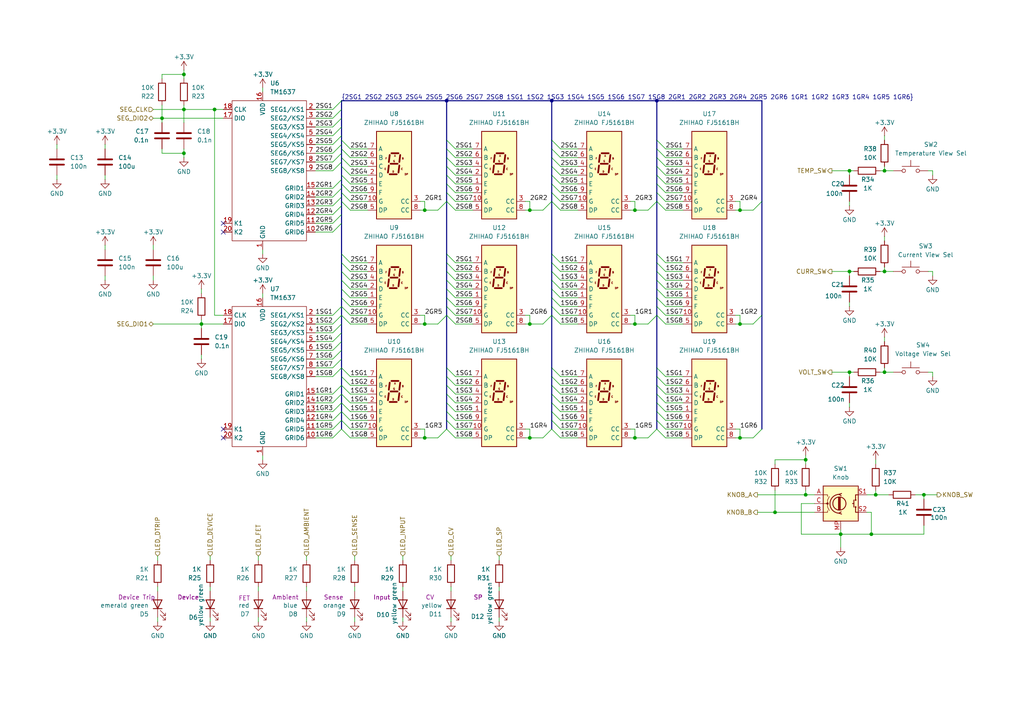
<source format=kicad_sch>
(kicad_sch (version 20250114) (generator "eeschema") (generator_version "9.0")
  (paper "A4")
  (junction (at 233.68 143.51))
  (junction (at 153.67 93.98))
  (junction (at 246.38 78.74))
  (junction (at 62.23 31.75))
  (junction (at 214.63 93.98))
  (junction (at 256.54 107.95))
  (junction (at 58.42 93.98))
  (junction (at 246.38 49.53))
  (junction (at 53.34 31.75))
  (junction (at 184.15 60.96))
  (junction (at 53.34 21.59))
  (junction (at 252.73 154.94))
  (junction (at 256.54 78.74))
  (junction (at 214.63 127))
  (junction (at 123.19 60.96))
  (junction (at 123.19 127))
  (junction (at 246.38 107.95))
  (junction (at 256.54 49.53))
  (junction (at 214.63 60.96))
  (junction (at 160.02 29.21))
  (junction (at 153.67 127))
  (junction (at 129.54 29.21))
  (junction (at 184.15 127))
  (junction (at 53.34 44.45))
  (junction (at 243.84 154.94))
  (junction (at 123.19 93.98))
  (junction (at 267.97 143.51))
  (junction (at 46.99 34.29))
  (junction (at 190.5 29.21))
  (junction (at 254 143.51))
  (junction (at 233.68 133.35))
  (junction (at 153.67 60.96))
  (junction (at 184.15 93.98))
  (junction (at 224.79 148.59))
  (no_connect (at 64.77 64.77))
  (no_connect (at 64.77 124.46))
  (no_connect (at 64.77 67.31))
  (no_connect (at 64.77 127))
  (bus_entry (at 96.52 59.69) (size 2.54 -2.54))
  (bus_entry (at 99.06 45.72) (size 2.54 2.54))
  (bus_entry (at 132.08 86.36) (size -2.54 -2.54))
  (bus_entry (at 96.52 62.23) (size 2.54 -2.54))
  (bus_entry (at 99.06 78.74) (size 2.54 2.54))
  (bus_entry (at 132.08 81.28) (size -2.54 -2.54))
  (bus_entry (at 162.56 88.9) (size -2.54 -2.54))
  (bus_entry (at 162.56 53.34) (size -2.54 -2.54))
  (bus_entry (at 99.06 111.76) (size 2.54 2.54))
  (bus_entry (at 96.52 41.91) (size 2.54 -2.54))
  (bus_entry (at 99.06 86.36) (size 2.54 2.54))
  (bus_entry (at 162.56 114.3) (size -2.54 -2.54))
  (bus_entry (at 99.06 81.28) (size 2.54 2.54))
  (bus_entry (at 162.56 109.22) (size -2.54 -2.54))
  (bus_entry (at 162.56 76.2) (size -2.54 -2.54))
  (bus_entry (at 157.48 93.98) (size 2.54 -2.54))
  (bus_entry (at 162.56 81.28) (size -2.54 -2.54))
  (bus_entry (at 132.08 124.46) (size -2.54 -2.54))
  (bus_entry (at 127 60.96) (size 2.54 -2.54))
  (bus_entry (at 129.54 53.34) (size 2.54 2.54))
  (bus_entry (at 190.5 119.38) (size 2.54 2.54))
  (bus_entry (at 157.48 60.96) (size 2.54 -2.54))
  (bus_entry (at 99.06 58.42) (size 2.54 2.54))
  (bus_entry (at 96.52 31.75) (size 2.54 -2.54))
  (bus_entry (at 96.52 46.99) (size 2.54 -2.54))
  (bus_entry (at 132.08 78.74) (size -2.54 -2.54))
  (bus_entry (at 132.08 91.44) (size -2.54 -2.54))
  (bus_entry (at 127 127) (size 2.54 -2.54))
  (bus_entry (at 96.52 54.61) (size 2.54 -2.54))
  (bus_entry (at 190.5 109.22) (size 2.54 2.54))
  (bus_entry (at 190.5 88.9) (size 2.54 2.54))
  (bus_entry (at 218.44 93.98) (size 2.54 -2.54))
  (bus_entry (at 162.56 124.46) (size -2.54 -2.54))
  (bus_entry (at 96.52 96.52) (size 2.54 -2.54))
  (bus_entry (at 132.08 76.2) (size -2.54 -2.54))
  (bus_entry (at 96.52 67.31) (size 2.54 -2.54))
  (bus_entry (at 132.08 53.34) (size -2.54 -2.54))
  (bus_entry (at 190.5 40.64) (size 2.54 2.54))
  (bus_entry (at 190.5 50.8) (size 2.54 2.54))
  (bus_entry (at 162.56 116.84) (size -2.54 -2.54))
  (bus_entry (at 99.06 109.22) (size 2.54 2.54))
  (bus_entry (at 162.56 91.44) (size -2.54 -2.54))
  (bus_entry (at 132.08 45.72) (size -2.54 -2.54))
  (bus_entry (at 190.5 43.18) (size 2.54 2.54))
  (bus_entry (at 99.06 91.44) (size 2.54 2.54))
  (bus_entry (at 132.08 50.8) (size -2.54 -2.54))
  (bus_entry (at 99.06 83.82) (size 2.54 2.54))
  (bus_entry (at 99.06 40.64) (size 2.54 2.54))
  (bus_entry (at 190.5 91.44) (size 2.54 2.54))
  (bus_entry (at 162.56 45.72) (size -2.54 -2.54))
  (bus_entry (at 218.44 60.96) (size 2.54 -2.54))
  (bus_entry (at 132.08 88.9) (size -2.54 -2.54))
  (bus_entry (at 99.06 111.76) (size -2.54 2.54))
  (bus_entry (at 96.52 57.15) (size 2.54 -2.54))
  (bus_entry (at 190.5 48.26) (size 2.54 2.54))
  (bus_entry (at 96.52 39.37) (size 2.54 -2.54))
  (bus_entry (at 96.52 34.29) (size 2.54 -2.54))
  (bus_entry (at 187.96 93.98) (size 2.54 -2.54))
  (bus_entry (at 127 93.98) (size 2.54 -2.54))
  (bus_entry (at 96.52 101.6) (size 2.54 -2.54))
  (bus_entry (at 129.54 55.88) (size 2.54 2.54))
  (bus_entry (at 162.56 83.82) (size -2.54 -2.54))
  (bus_entry (at 190.5 83.82) (size 2.54 2.54))
  (bus_entry (at 190.5 116.84) (size 2.54 2.54))
  (bus_entry (at 190.5 124.46) (size 2.54 2.54))
  (bus_entry (at 129.54 58.42) (size 2.54 2.54))
  (bus_entry (at 190.5 114.3) (size 2.54 2.54))
  (bus_entry (at 162.56 93.98) (size -2.54 -2.54))
  (bus_entry (at 190.5 81.28) (size 2.54 2.54))
  (bus_entry (at 99.06 50.8) (size 2.54 2.54))
  (bus_entry (at 162.56 43.18) (size -2.54 -2.54))
  (bus_entry (at 96.52 36.83) (size 2.54 -2.54))
  (bus_entry (at 132.08 116.84) (size -2.54 -2.54))
  (bus_entry (at 96.52 64.77) (size 2.54 -2.54))
  (bus_entry (at 162.56 55.88) (size -2.54 -2.54))
  (bus_entry (at 99.06 119.38) (size 2.54 2.54))
  (bus_entry (at 162.56 60.96) (size -2.54 -2.54))
  (bus_entry (at 96.52 124.46) (size 2.54 -2.54))
  (bus_entry (at 96.52 91.44) (size 2.54 -2.54))
  (bus_entry (at 96.52 93.98) (size 2.54 -2.54))
  (bus_entry (at 132.08 119.38) (size -2.54 -2.54))
  (bus_entry (at 96.52 104.14) (size 2.54 -2.54))
  (bus_entry (at 99.06 43.18) (size 2.54 2.54))
  (bus_entry (at 190.5 55.88) (size 2.54 2.54))
  (bus_entry (at 190.5 76.2) (size 2.54 2.54))
  (bus_entry (at 96.52 109.22) (size 2.54 -2.54))
  (bus_entry (at 162.56 119.38) (size -2.54 -2.54))
  (bus_entry (at 190.5 86.36) (size 2.54 2.54))
  (bus_entry (at 162.56 111.76) (size -2.54 -2.54))
  (bus_entry (at 218.44 127) (size 2.54 -2.54))
  (bus_entry (at 99.06 53.34) (size 2.54 2.54))
  (bus_entry (at 132.08 114.3) (size -2.54 -2.54))
  (bus_entry (at 96.52 49.53) (size 2.54 -2.54))
  (bus_entry (at 132.08 93.98) (size -2.54 -2.54))
  (bus_entry (at 162.56 58.42) (size -2.54 -2.54))
  (bus_entry (at 190.5 58.42) (size 2.54 2.54))
  (bus_entry (at 190.5 53.34) (size 2.54 2.54))
  (bus_entry (at 99.06 124.46) (size 2.54 2.54))
  (bus_entry (at 96.52 106.68) (size 2.54 -2.54))
  (bus_entry (at 132.08 83.82) (size -2.54 -2.54))
  (bus_entry (at 96.52 127) (size 2.54 -2.54))
  (bus_entry (at 162.56 78.74) (size -2.54 -2.54))
  (bus_entry (at 96.52 116.84) (size 2.54 -2.54))
  (bus_entry (at 190.5 78.74) (size 2.54 2.54))
  (bus_entry (at 187.96 127) (size 2.54 -2.54))
  (bus_entry (at 190.5 106.68) (size 2.54 2.54))
  (bus_entry (at 132.08 109.22) (size -2.54 -2.54))
  (bus_entry (at 96.52 99.06) (size 2.54 -2.54))
  (bus_entry (at 157.48 127) (size 2.54 -2.54))
  (bus_entry (at 99.06 55.88) (size 2.54 2.54))
  (bus_entry (at 99.06 106.68) (size 2.54 2.54))
  (bus_entry (at 190.5 45.72) (size 2.54 2.54))
  (bus_entry (at 132.08 121.92) (size -2.54 -2.54))
  (bus_entry (at 99.06 114.3) (size 2.54 2.54))
  (bus_entry (at 99.06 116.84) (size 2.54 2.54))
  (bus_entry (at 162.56 86.36) (size -2.54 -2.54))
  (bus_entry (at 162.56 48.26) (size -2.54 -2.54))
  (bus_entry (at 96.52 121.92) (size 2.54 -2.54))
  (bus_entry (at 99.06 88.9) (size 2.54 2.54))
  (bus_entry (at 129.54 124.46) (size 2.54 2.54))
  (bus_entry (at 160.02 124.46) (size 2.54 2.54))
  (bus_entry (at 99.06 76.2) (size 2.54 2.54))
  (bus_entry (at 132.08 48.26) (size -2.54 -2.54))
  (bus_entry (at 99.06 121.92) (size 2.54 2.54))
  (bus_entry (at 99.06 73.66) (size 2.54 2.54))
  (bus_entry (at 190.5 111.76) (size 2.54 2.54))
  (bus_entry (at 162.56 50.8) (size -2.54 -2.54))
  (bus_entry (at 187.96 60.96) (size 2.54 -2.54))
  (bus_entry (at 190.5 73.66) (size 2.54 2.54))
  (bus_entry (at 99.06 48.26) (size 2.54 2.54))
  (bus_entry (at 162.56 121.92) (size -2.54 -2.54))
  (bus_entry (at 132.08 43.18) (size -2.54 -2.54))
  (bus_entry (at 96.52 119.38) (size 2.54 -2.54))
  (bus_entry (at 96.52 44.45) (size 2.54 -2.54))
  (bus_entry (at 190.5 121.92) (size 2.54 2.54))
  (bus_entry (at 132.08 111.76) (size -2.54 -2.54))
  (wire (pts (xy 162.56 53.34) (xy 167.64 53.34)))
  (bus (pts (xy 99.06 53.34) (xy 99.06 54.61)))
  (bus (pts (xy 160.02 88.9) (xy 160.02 91.44)))
  (wire (pts (xy 193.04 53.34) (xy 198.12 53.34)))
  (wire (pts (xy 267.97 152.4) (xy 267.97 154.94)))
  (wire (pts (xy 91.44 57.15) (xy 96.52 57.15)))
  (wire (pts (xy 132.08 111.76) (xy 137.16 111.76)))
  (wire (pts (xy 58.42 102.87) (xy 58.42 104.14)))
  (wire (pts (xy 91.44 31.75) (xy 96.52 31.75)))
  (bus (pts (xy 190.5 88.9) (xy 190.5 86.36)))
  (wire (pts (xy 214.63 91.44) (xy 214.63 93.98)))
  (wire (pts (xy 247.65 107.95) (xy 246.38 107.95)))
  (bus (pts (xy 160.02 78.74) (xy 160.02 81.28)))
  (wire (pts (xy 162.56 55.88) (xy 167.64 55.88)))
  (wire (pts (xy 121.92 91.44) (xy 123.19 91.44)))
  (bus (pts (xy 99.06 109.22) (xy 99.06 111.76)))
  (wire (pts (xy 162.56 83.82) (xy 167.64 83.82)))
  (wire (pts (xy 44.45 80.01) (xy 44.45 81.28)))
  (wire (pts (xy 182.88 58.42) (xy 184.15 58.42)))
  (bus (pts (xy 190.5 73.66) (xy 190.5 58.42)))
  (wire (pts (xy 193.04 124.46) (xy 198.12 124.46)))
  (wire (pts (xy 256.54 106.68) (xy 256.54 107.95)))
  (bus (pts (xy 99.06 48.26) (xy 99.06 50.8)))
  (bus (pts (xy 220.98 58.42) (xy 220.98 91.44)))
  (bus (pts (xy 99.06 41.91) (xy 99.06 43.18)))
  (wire (pts (xy 256.54 39.37) (xy 256.54 40.64)))
  (wire (pts (xy 91.44 49.53) (xy 96.52 49.53)))
  (wire (pts (xy 193.04 86.36) (xy 198.12 86.36)))
  (wire (pts (xy 91.44 104.14) (xy 96.52 104.14)))
  (wire (pts (xy 256.54 68.58) (xy 256.54 69.85)))
  (wire (pts (xy 132.08 91.44) (xy 137.16 91.44)))
  (bus (pts (xy 99.06 29.21) (xy 129.54 29.21)))
  (wire (pts (xy 182.88 93.98) (xy 184.15 93.98)))
  (wire (pts (xy 162.56 111.76) (xy 167.64 111.76)))
  (wire (pts (xy 255.27 78.74) (xy 256.54 78.74)))
  (bus (pts (xy 99.06 36.83) (xy 99.06 39.37)))
  (wire (pts (xy 162.56 116.84) (xy 167.64 116.84)))
  (wire (pts (xy 91.44 64.77) (xy 96.52 64.77)))
  (bus (pts (xy 129.54 55.88) (xy 129.54 58.42)))
  (wire (pts (xy 153.67 124.46) (xy 153.67 127)))
  (wire (pts (xy 182.88 124.46) (xy 184.15 124.46)))
  (bus (pts (xy 129.54 114.3) (xy 129.54 116.84)))
  (wire (pts (xy 153.67 91.44) (xy 153.67 93.98)))
  (wire (pts (xy 101.6 83.82) (xy 106.68 83.82)))
  (wire (pts (xy 219.71 148.59) (xy 224.79 148.59)))
  (wire (pts (xy 53.34 44.45) (xy 53.34 45.72)))
  (wire (pts (xy 224.79 134.62) (xy 224.79 133.35)))
  (bus (pts (xy 160.02 53.34) (xy 160.02 55.88)))
  (wire (pts (xy 30.48 41.91) (xy 30.48 43.18)))
  (bus (pts (xy 190.5 43.18) (xy 190.5 40.64)))
  (bus (pts (xy 99.06 88.9) (xy 99.06 91.44)))
  (wire (pts (xy 91.44 124.46) (xy 96.52 124.46)))
  (wire (pts (xy 45.72 171.45) (xy 45.72 170.18)))
  (bus (pts (xy 160.02 119.38) (xy 160.02 121.92)))
  (wire (pts (xy 91.44 34.29) (xy 96.52 34.29)))
  (wire (pts (xy 60.96 161.29) (xy 60.96 162.56)))
  (wire (pts (xy 162.56 114.3) (xy 167.64 114.3)))
  (bus (pts (xy 99.06 96.52) (xy 99.06 99.06)))
  (wire (pts (xy 255.27 49.53) (xy 256.54 49.53)))
  (bus (pts (xy 129.54 73.66) (xy 129.54 76.2)))
  (wire (pts (xy 162.56 93.98) (xy 167.64 93.98)))
  (bus (pts (xy 129.54 78.74) (xy 129.54 81.28)))
  (wire (pts (xy 101.6 119.38) (xy 106.68 119.38)))
  (wire (pts (xy 91.44 62.23) (xy 96.52 62.23)))
  (bus (pts (xy 129.54 91.44) (xy 129.54 106.68)))
  (bus (pts (xy 99.06 86.36) (xy 99.06 88.9)))
  (wire (pts (xy 184.15 93.98) (xy 187.96 93.98)))
  (wire (pts (xy 236.22 148.59) (xy 224.79 148.59)))
  (wire (pts (xy 101.6 124.46) (xy 106.68 124.46)))
  (wire (pts (xy 224.79 148.59) (xy 224.79 142.24)))
  (wire (pts (xy 267.97 143.51) (xy 271.78 143.51)))
  (wire (pts (xy 132.08 88.9) (xy 137.16 88.9)))
  (wire (pts (xy 58.42 92.71) (xy 58.42 93.98)))
  (bus (pts (xy 99.06 58.42) (xy 99.06 59.69)))
  (wire (pts (xy 256.54 48.26) (xy 256.54 49.53)))
  (wire (pts (xy 53.34 31.75) (xy 62.23 31.75)))
  (wire (pts (xy 214.63 124.46) (xy 214.63 127)))
  (wire (pts (xy 91.44 119.38) (xy 96.52 119.38)))
  (wire (pts (xy 193.04 88.9) (xy 198.12 88.9)))
  (wire (pts (xy 213.36 58.42) (xy 214.63 58.42)))
  (wire (pts (xy 58.42 93.98) (xy 64.77 93.98)))
  (wire (pts (xy 256.54 107.95) (xy 259.08 107.95)))
  (wire (pts (xy 91.44 39.37) (xy 96.52 39.37)))
  (bus (pts (xy 129.54 53.34) (xy 129.54 55.88)))
  (bus (pts (xy 190.5 88.9) (xy 190.5 91.44)))
  (wire (pts (xy 193.04 116.84) (xy 198.12 116.84)))
  (bus (pts (xy 160.02 116.84) (xy 160.02 119.38)))
  (wire (pts (xy 254 143.51) (xy 254 142.24)))
  (wire (pts (xy 162.56 76.2) (xy 167.64 76.2)))
  (wire (pts (xy 101.6 58.42) (xy 106.68 58.42)))
  (bus (pts (xy 99.06 76.2) (xy 99.06 78.74)))
  (bus (pts (xy 99.06 54.61) (xy 99.06 55.88)))
  (wire (pts (xy 162.56 121.92) (xy 167.64 121.92)))
  (wire (pts (xy 53.34 31.75) (xy 53.34 35.56)))
  (bus (pts (xy 129.54 116.84) (xy 129.54 119.38)))
  (bus (pts (xy 190.5 124.46) (xy 190.5 121.92)))
  (wire (pts (xy 62.23 31.75) (xy 62.23 91.44)))
  (wire (pts (xy 193.04 109.22) (xy 198.12 109.22)))
  (wire (pts (xy 182.88 60.96) (xy 184.15 60.96)))
  (bus (pts (xy 160.02 91.44) (xy 160.02 106.68)))
  (wire (pts (xy 243.84 153.67) (xy 243.84 154.94)))
  (wire (pts (xy 193.04 119.38) (xy 198.12 119.38)))
  (bus (pts (xy 99.06 81.28) (xy 99.06 83.82)))
  (bus (pts (xy 99.06 45.72) (xy 99.06 46.99)))
  (wire (pts (xy 45.72 161.29) (xy 45.72 162.56)))
  (bus (pts (xy 190.5 45.72) (xy 190.5 43.18)))
  (wire (pts (xy 256.54 97.79) (xy 256.54 99.06)))
  (wire (pts (xy 101.6 116.84) (xy 106.68 116.84)))
  (wire (pts (xy 162.56 58.42) (xy 167.64 58.42)))
  (bus (pts (xy 129.54 45.72) (xy 129.54 48.26)))
  (wire (pts (xy 58.42 93.98) (xy 58.42 95.25)))
  (wire (pts (xy 153.67 127) (xy 157.48 127)))
  (bus (pts (xy 99.06 55.88) (xy 99.06 57.15)))
  (wire (pts (xy 193.04 48.26) (xy 198.12 48.26)))
  (wire (pts (xy 44.45 34.29) (xy 46.99 34.29)))
  (wire (pts (xy 224.79 133.35) (xy 233.68 133.35)))
  (bus (pts (xy 129.54 109.22) (xy 129.54 111.76)))
  (bus (pts (xy 99.06 101.6) (xy 99.06 104.14)))
  (wire (pts (xy 241.3 49.53) (xy 246.38 49.53)))
  (bus (pts (xy 160.02 114.3) (xy 160.02 116.84)))
  (wire (pts (xy 101.6 81.28) (xy 106.68 81.28)))
  (wire (pts (xy 132.08 86.36) (xy 137.16 86.36)))
  (wire (pts (xy 132.08 116.84) (xy 137.16 116.84)))
  (wire (pts (xy 193.04 93.98) (xy 198.12 93.98)))
  (wire (pts (xy 193.04 111.76) (xy 198.12 111.76)))
  (wire (pts (xy 88.9 179.07) (xy 88.9 180.34)))
  (bus (pts (xy 99.06 121.92) (xy 99.06 124.46)))
  (wire (pts (xy 193.04 121.92) (xy 198.12 121.92)))
  (wire (pts (xy 162.56 50.8) (xy 167.64 50.8)))
  (wire (pts (xy 132.08 124.46) (xy 137.16 124.46)))
  (wire (pts (xy 62.23 91.44) (xy 64.77 91.44)))
  (wire (pts (xy 152.4 124.46) (xy 153.67 124.46)))
  (bus (pts (xy 129.54 119.38) (xy 129.54 121.92)))
  (wire (pts (xy 44.45 31.75) (xy 53.34 31.75)))
  (bus (pts (xy 129.54 50.8) (xy 129.54 53.34)))
  (bus (pts (xy 129.54 76.2) (xy 129.54 78.74)))
  (wire (pts (xy 74.93 171.45) (xy 74.93 170.18)))
  (wire (pts (xy 121.92 93.98) (xy 123.19 93.98)))
  (bus (pts (xy 99.06 106.68) (xy 99.06 109.22)))
  (wire (pts (xy 162.56 124.46) (xy 167.64 124.46)))
  (wire (pts (xy 152.4 58.42) (xy 153.67 58.42)))
  (bus (pts (xy 99.06 34.29) (xy 99.06 36.83)))
  (wire (pts (xy 246.38 107.95) (xy 246.38 109.22)))
  (wire (pts (xy 121.92 58.42) (xy 123.19 58.42)))
  (wire (pts (xy 102.87 161.29) (xy 102.87 162.56)))
  (bus (pts (xy 129.54 43.18) (xy 129.54 45.72)))
  (wire (pts (xy 101.6 55.88) (xy 106.68 55.88)))
  (wire (pts (xy 123.19 58.42) (xy 123.19 60.96)))
  (wire (pts (xy 162.56 81.28) (xy 167.64 81.28)))
  (wire (pts (xy 91.44 41.91) (xy 96.52 41.91)))
  (wire (pts (xy 246.38 116.84) (xy 246.38 118.11)))
  (bus (pts (xy 160.02 121.92) (xy 160.02 124.46)))
  (wire (pts (xy 116.84 179.07) (xy 116.84 180.34)))
  (wire (pts (xy 76.2 72.39) (xy 76.2 73.66)))
  (bus (pts (xy 190.5 53.34) (xy 190.5 50.8)))
  (wire (pts (xy 265.43 143.51) (xy 267.97 143.51)))
  (wire (pts (xy 132.08 93.98) (xy 137.16 93.98)))
  (bus (pts (xy 99.06 50.8) (xy 99.06 52.07)))
  (bus (pts (xy 129.54 88.9) (xy 129.54 91.44)))
  (bus (pts (xy 190.5 114.3) (xy 190.5 111.76)))
  (bus (pts (xy 99.06 111.76) (xy 99.06 114.3)))
  (wire (pts (xy 91.44 101.6) (xy 96.52 101.6)))
  (wire (pts (xy 162.56 109.22) (xy 167.64 109.22)))
  (wire (pts (xy 246.38 80.01) (xy 246.38 78.74)))
  (wire (pts (xy 16.51 41.91) (xy 16.51 43.18)))
  (wire (pts (xy 182.88 91.44) (xy 184.15 91.44)))
  (bus (pts (xy 99.06 64.77) (xy 99.06 73.66)))
  (wire (pts (xy 246.38 78.74) (xy 247.65 78.74)))
  (wire (pts (xy 193.04 55.88) (xy 198.12 55.88)))
  (bus (pts (xy 220.98 29.21) (xy 220.98 58.42)))
  (wire (pts (xy 101.6 127) (xy 106.68 127)))
  (wire (pts (xy 101.6 109.22) (xy 106.68 109.22)))
  (wire (pts (xy 256.54 78.74) (xy 259.08 78.74)))
  (wire (pts (xy 153.67 60.96) (xy 157.48 60.96)))
  (wire (pts (xy 101.6 60.96) (xy 106.68 60.96)))
  (wire (pts (xy 88.9 171.45) (xy 88.9 170.18)))
  (bus (pts (xy 220.98 91.44) (xy 220.98 124.46)))
  (wire (pts (xy 102.87 171.45) (xy 102.87 170.18)))
  (wire (pts (xy 88.9 161.29) (xy 88.9 162.56)))
  (wire (pts (xy 101.6 45.72) (xy 106.68 45.72)))
  (wire (pts (xy 91.44 96.52) (xy 96.52 96.52)))
  (wire (pts (xy 193.04 76.2) (xy 198.12 76.2)))
  (wire (pts (xy 58.42 83.82) (xy 58.42 85.09)))
  (wire (pts (xy 74.93 161.29) (xy 74.93 162.56)))
  (wire (pts (xy 30.48 80.01) (xy 30.48 81.28)))
  (wire (pts (xy 193.04 83.82) (xy 198.12 83.82)))
  (wire (pts (xy 214.63 93.98) (xy 218.44 93.98)))
  (bus (pts (xy 160.02 76.2) (xy 160.02 78.74)))
  (bus (pts (xy 160.02 43.18) (xy 160.02 45.72)))
  (wire (pts (xy 162.56 127) (xy 167.64 127)))
  (bus (pts (xy 99.06 116.84) (xy 99.06 119.38)))
  (wire (pts (xy 74.93 179.07) (xy 74.93 180.34)))
  (wire (pts (xy 123.19 91.44) (xy 123.19 93.98)))
  (bus (pts (xy 160.02 45.72) (xy 160.02 48.26)))
  (wire (pts (xy 193.04 50.8) (xy 198.12 50.8)))
  (wire (pts (xy 162.56 60.96) (xy 167.64 60.96)))
  (wire (pts (xy 152.4 127) (xy 153.67 127)))
  (wire (pts (xy 91.44 106.68) (xy 96.52 106.68)))
  (wire (pts (xy 101.6 53.34) (xy 106.68 53.34)))
  (wire (pts (xy 193.04 58.42) (xy 198.12 58.42)))
  (wire (pts (xy 132.08 58.42) (xy 137.16 58.42)))
  (wire (pts (xy 91.44 44.45) (xy 96.52 44.45)))
  (wire (pts (xy 243.84 154.94) (xy 252.73 154.94)))
  (wire (pts (xy 153.67 93.98) (xy 157.48 93.98)))
  (wire (pts (xy 46.99 34.29) (xy 64.77 34.29)))
  (bus (pts (xy 190.5 119.38) (xy 190.5 116.84)))
  (bus (pts (xy 129.54 58.42) (xy 129.54 73.66)))
  (wire (pts (xy 193.04 127) (xy 198.12 127)))
  (wire (pts (xy 123.19 60.96) (xy 127 60.96)))
  (wire (pts (xy 60.96 179.07) (xy 60.96 180.34)))
  (wire (pts (xy 76.2 132.08) (xy 76.2 133.35)))
  (wire (pts (xy 184.15 91.44) (xy 184.15 93.98)))
  (bus (pts (xy 160.02 48.26) (xy 160.02 50.8)))
  (bus (pts (xy 99.06 62.23) (xy 99.06 64.77)))
  (wire (pts (xy 132.08 60.96) (xy 137.16 60.96)))
  (wire (pts (xy 214.63 60.96) (xy 218.44 60.96)))
  (wire (pts (xy 184.15 60.96) (xy 187.96 60.96)))
  (wire (pts (xy 101.6 91.44) (xy 106.68 91.44)))
  (wire (pts (xy 91.44 54.61) (xy 96.52 54.61)))
  (wire (pts (xy 121.92 60.96) (xy 123.19 60.96)))
  (bus (pts (xy 99.06 114.3) (xy 99.06 116.84)))
  (wire (pts (xy 269.24 78.74) (xy 270.51 78.74)))
  (wire (pts (xy 132.08 48.26) (xy 137.16 48.26)))
  (wire (pts (xy 213.36 127) (xy 214.63 127)))
  (wire (pts (xy 153.67 58.42) (xy 153.67 60.96)))
  (bus (pts (xy 190.5 83.82) (xy 190.5 81.28)))
  (wire (pts (xy 130.81 179.07) (xy 130.81 180.34)))
  (wire (pts (xy 213.36 91.44) (xy 214.63 91.44)))
  (wire (pts (xy 44.45 93.98) (xy 58.42 93.98)))
  (wire (pts (xy 213.36 124.46) (xy 214.63 124.46)))
  (bus (pts (xy 129.54 81.28) (xy 129.54 83.82)))
  (wire (pts (xy 252.73 154.94) (xy 267.97 154.94)))
  (wire (pts (xy 130.81 171.45) (xy 130.81 170.18)))
  (wire (pts (xy 101.6 76.2) (xy 106.68 76.2)))
  (wire (pts (xy 101.6 88.9) (xy 106.68 88.9)))
  (wire (pts (xy 30.48 50.8) (xy 30.48 52.07)))
  (wire (pts (xy 101.6 50.8) (xy 106.68 50.8)))
  (bus (pts (xy 99.06 91.44) (xy 99.06 93.98)))
  (wire (pts (xy 101.6 114.3) (xy 106.68 114.3)))
  (wire (pts (xy 193.04 45.72) (xy 198.12 45.72)))
  (bus (pts (xy 160.02 55.88) (xy 160.02 58.42)))
  (bus (pts (xy 99.06 59.69) (xy 99.06 62.23)))
  (bus (pts (xy 160.02 83.82) (xy 160.02 86.36)))
  (bus (pts (xy 99.06 119.38) (xy 99.06 121.92)))
  (wire (pts (xy 152.4 60.96) (xy 153.67 60.96)))
  (wire (pts (xy 144.78 171.45) (xy 144.78 170.18)))
  (wire (pts (xy 269.24 49.53) (xy 270.51 49.53)))
  (bus (pts (xy 99.06 52.07) (xy 99.06 53.34)))
  (wire (pts (xy 130.81 161.29) (xy 130.81 162.56)))
  (wire (pts (xy 132.08 43.18) (xy 137.16 43.18)))
  (wire (pts (xy 213.36 93.98) (xy 214.63 93.98)))
  (wire (pts (xy 46.99 21.59) (xy 53.34 21.59)))
  (bus (pts (xy 99.06 104.14) (xy 99.06 106.68)))
  (wire (pts (xy 132.08 81.28) (xy 137.16 81.28)))
  (wire (pts (xy 193.04 81.28) (xy 198.12 81.28)))
  (wire (pts (xy 60.96 171.45) (xy 60.96 170.18)))
  (bus (pts (xy 190.5 81.28) (xy 190.5 78.74)))
  (wire (pts (xy 132.08 83.82) (xy 137.16 83.82)))
  (bus (pts (xy 129.54 121.92) (xy 129.54 124.46)))
  (wire (pts (xy 132.08 127) (xy 137.16 127)))
  (wire (pts (xy 233.68 143.51) (xy 233.68 142.24)))
  (wire (pts (xy 267.97 143.51) (xy 267.97 144.78)))
  (bus (pts (xy 190.5 116.84) (xy 190.5 114.3)))
  (wire (pts (xy 123.19 127) (xy 127 127)))
  (bus (pts (xy 129.54 86.36) (xy 129.54 88.9)))
  (wire (pts (xy 132.08 119.38) (xy 137.16 119.38)))
  (bus (pts (xy 99.06 44.45) (xy 99.06 45.72)))
  (wire (pts (xy 219.71 143.51) (xy 233.68 143.51)))
  (wire (pts (xy 132.08 53.34) (xy 137.16 53.34)))
  (wire (pts (xy 132.08 76.2) (xy 137.16 76.2)))
  (wire (pts (xy 91.44 99.06) (xy 96.52 99.06)))
  (bus (pts (xy 160.02 29.21) (xy 190.5 29.21)))
  (bus (pts (xy 160.02 81.28) (xy 160.02 83.82)))
  (wire (pts (xy 162.56 45.72) (xy 167.64 45.72)))
  (wire (pts (xy 132.08 109.22) (xy 137.16 109.22)))
  (wire (pts (xy 246.38 49.53) (xy 247.65 49.53)))
  (wire (pts (xy 132.08 78.74) (xy 137.16 78.74)))
  (wire (pts (xy 251.46 148.59) (xy 252.73 148.59)))
  (wire (pts (xy 132.08 45.72) (xy 137.16 45.72)))
  (wire (pts (xy 182.88 127) (xy 184.15 127)))
  (wire (pts (xy 101.6 78.74) (xy 106.68 78.74)))
  (wire (pts (xy 270.51 78.74) (xy 270.51 80.01)))
  (bus (pts (xy 99.06 57.15) (xy 99.06 58.42)))
  (bus (pts (xy 99.06 99.06) (xy 99.06 101.6)))
  (bus (pts (xy 99.06 73.66) (xy 99.06 76.2)))
  (wire (pts (xy 162.56 119.38) (xy 167.64 119.38)))
  (bus (pts (xy 129.54 106.68) (xy 129.54 109.22)))
  (bus (pts (xy 160.02 109.22) (xy 160.02 111.76)))
  (wire (pts (xy 101.6 93.98) (xy 106.68 93.98)))
  (wire (pts (xy 101.6 121.92) (xy 106.68 121.92)))
  (wire (pts (xy 270.51 107.95) (xy 270.51 109.22)))
  (wire (pts (xy 132.08 50.8) (xy 137.16 50.8)))
  (wire (pts (xy 116.84 171.45) (xy 116.84 170.18)))
  (bus (pts (xy 99.06 29.21) (xy 99.06 31.75)))
  (wire (pts (xy 184.15 124.46) (xy 184.15 127)))
  (bus (pts (xy 160.02 86.36) (xy 160.02 88.9)))
  (wire (pts (xy 232.41 146.05) (xy 232.41 154.94)))
  (wire (pts (xy 101.6 111.76) (xy 106.68 111.76)))
  (bus (pts (xy 99.06 40.64) (xy 99.06 41.91)))
  (wire (pts (xy 91.44 93.98) (xy 96.52 93.98)))
  (bus (pts (xy 190.5 55.88) (xy 190.5 58.42)))
  (wire (pts (xy 46.99 44.45) (xy 53.34 44.45)))
  (wire (pts (xy 76.2 85.09) (xy 76.2 86.36)))
  (wire (pts (xy 91.44 91.44) (xy 96.52 91.44)))
  (wire (pts (xy 30.48 71.12) (xy 30.48 72.39)))
  (wire (pts (xy 16.51 50.8) (xy 16.51 52.07)))
  (bus (pts (xy 160.02 106.68) (xy 160.02 109.22)))
  (wire (pts (xy 184.15 127) (xy 187.96 127)))
  (wire (pts (xy 91.44 46.99) (xy 96.52 46.99)))
  (wire (pts (xy 123.19 124.46) (xy 123.19 127)))
  (wire (pts (xy 213.36 60.96) (xy 214.63 60.96)))
  (wire (pts (xy 243.84 154.94) (xy 243.84 158.75)))
  (wire (pts (xy 236.22 143.51) (xy 233.68 143.51)))
  (bus (pts (xy 160.02 40.64) (xy 160.02 43.18)))
  (wire (pts (xy 121.92 127) (xy 123.19 127)))
  (wire (pts (xy 251.46 143.51) (xy 254 143.51)))
  (wire (pts (xy 162.56 88.9) (xy 167.64 88.9)))
  (bus (pts (xy 129.54 29.21) (xy 160.02 29.21)))
  (bus (pts (xy 190.5 109.22) (xy 190.5 106.68)))
  (wire (pts (xy 46.99 43.18) (xy 46.99 44.45)))
  (wire (pts (xy 64.77 31.75) (xy 62.23 31.75)))
  (wire (pts (xy 233.68 132.08) (xy 233.68 133.35)))
  (bus (pts (xy 129.54 40.64) (xy 129.54 43.18)))
  (bus (pts (xy 190.5 76.2) (xy 190.5 73.66)))
  (wire (pts (xy 214.63 127) (xy 218.44 127)))
  (wire (pts (xy 91.44 116.84) (xy 96.52 116.84)))
  (bus (pts (xy 190.5 121.92) (xy 190.5 119.38)))
  (wire (pts (xy 252.73 148.59) (xy 252.73 154.94)))
  (wire (pts (xy 102.87 179.07) (xy 102.87 180.34)))
  (wire (pts (xy 232.41 154.94) (xy 243.84 154.94)))
  (wire (pts (xy 152.4 93.98) (xy 153.67 93.98)))
  (wire (pts (xy 144.78 179.07) (xy 144.78 180.34)))
  (wire (pts (xy 121.92 124.46) (xy 123.19 124.46)))
  (bus (pts (xy 190.5 106.68) (xy 190.5 91.44)))
  (wire (pts (xy 254 143.51) (xy 257.81 143.51)))
  (wire (pts (xy 123.19 93.98) (xy 127 93.98)))
  (bus (pts (xy 99.06 43.18) (xy 99.06 44.45)))
  (bus (pts (xy 129.54 29.21) (xy 129.54 40.64)))
  (bus (pts (xy 99.06 78.74) (xy 99.06 81.28)))
  (wire (pts (xy 116.84 161.29) (xy 116.84 162.56)))
  (bus (pts (xy 190.5 55.88) (xy 190.5 53.34)))
  (wire (pts (xy 91.44 59.69) (xy 96.52 59.69)))
  (wire (pts (xy 53.34 20.32) (xy 53.34 21.59)))
  (wire (pts (xy 132.08 114.3) (xy 137.16 114.3)))
  (wire (pts (xy 46.99 22.86) (xy 46.99 21.59)))
  (wire (pts (xy 132.08 121.92) (xy 137.16 121.92)))
  (bus (pts (xy 129.54 83.82) (xy 129.54 86.36)))
  (wire (pts (xy 91.44 114.3) (xy 96.52 114.3)))
  (wire (pts (xy 246.38 58.42) (xy 246.38 59.69)))
  (wire (pts (xy 193.04 43.18) (xy 198.12 43.18)))
  (wire (pts (xy 76.2 25.4) (xy 76.2 26.67)))
  (wire (pts (xy 193.04 91.44) (xy 198.12 91.44)))
  (wire (pts (xy 246.38 87.63) (xy 246.38 88.9)))
  (bus (pts (xy 220.98 29.21) (xy 190.5 29.21)))
  (wire (pts (xy 101.6 86.36) (xy 106.68 86.36)))
  (wire (pts (xy 162.56 78.74) (xy 167.64 78.74)))
  (wire (pts (xy 46.99 30.48) (xy 46.99 34.29)))
  (bus (pts (xy 160.02 58.42) (xy 160.02 73.66)))
  (wire (pts (xy 254 133.35) (xy 254 134.62)))
  (wire (pts (xy 132.08 55.88) (xy 137.16 55.88)))
  (bus (pts (xy 190.5 48.26) (xy 190.5 45.72)))
  (wire (pts (xy 241.3 107.95) (xy 246.38 107.95)))
  (wire (pts (xy 44.45 71.12) (xy 44.45 72.39)))
  (bus (pts (xy 99.06 31.75) (xy 99.06 34.29)))
  (wire (pts (xy 236.22 146.05) (xy 232.41 146.05)))
  (wire (pts (xy 256.54 77.47) (xy 256.54 78.74)))
  (bus (pts (xy 99.06 83.82) (xy 99.06 86.36)))
  (bus (pts (xy 190.5 86.36) (xy 190.5 83.82)))
  (bus (pts (xy 99.06 39.37) (xy 99.06 40.64)))
  (bus (pts (xy 160.02 73.66) (xy 160.02 76.2)))
  (bus (pts (xy 160.02 111.76) (xy 160.02 114.3)))
  (wire (pts (xy 269.24 107.95) (xy 270.51 107.95)))
  (wire (pts (xy 162.56 86.36) (xy 167.64 86.36)))
  (wire (pts (xy 45.72 179.07) (xy 45.72 180.34)))
  (bus (pts (xy 190.5 111.76) (xy 190.5 109.22)))
  (wire (pts (xy 255.27 107.95) (xy 256.54 107.95)))
  (wire (pts (xy 184.15 58.42) (xy 184.15 60.96)))
  (wire (pts (xy 162.56 91.44) (xy 167.64 91.44)))
  (bus (pts (xy 99.06 93.98) (xy 99.06 96.52)))
  (wire (pts (xy 233.68 133.35) (xy 233.68 134.62)))
  (wire (pts (xy 152.4 91.44) (xy 153.67 91.44)))
  (wire (pts (xy 144.78 161.29) (xy 144.78 162.56)))
  (bus (pts (xy 129.54 111.76) (xy 129.54 114.3)))
  (wire (pts (xy 162.56 43.18) (xy 167.64 43.18)))
  (wire (pts (xy 193.04 78.74) (xy 198.12 78.74)))
  (wire (pts (xy 214.63 58.42) (xy 214.63 60.96)))
  (bus (pts (xy 160.02 29.21) (xy 160.02 40.64)))
  (bus (pts (xy 160.02 50.8) (xy 160.02 53.34)))
  (bus (pts (xy 190.5 78.74) (xy 190.5 76.2)))
  (wire (pts (xy 53.34 43.18) (xy 53.34 44.45)))
  (bus (pts (xy 129.54 48.26) (xy 129.54 50.8)))
  (wire (pts (xy 241.3 78.74) (xy 246.38 78.74)))
  (bus (pts (xy 190.5 40.64) (xy 190.5 29.21)))
  (wire (pts (xy 46.99 34.29) (xy 46.99 35.56)))
  (wire (pts (xy 101.6 43.18) (xy 106.68 43.18)))
  (wire (pts (xy 53.34 21.59) (xy 53.34 22.86)))
  (wire (pts (xy 91.44 121.92) (xy 96.52 121.92)))
  (wire (pts (xy 193.04 60.96) (xy 198.12 60.96)))
  (wire (pts (xy 246.38 50.8) (xy 246.38 49.53)))
  (wire (pts (xy 91.44 36.83) (xy 96.52 36.83)))
  (wire (pts (xy 91.44 127) (xy 96.52 127)))
  (bus (pts (xy 99.06 46.99) (xy 99.06 48.26)))
  (wire (pts (xy 193.04 114.3) (xy 198.12 114.3)))
  (wire (pts (xy 256.54 49.53) (xy 259.08 49.53)))
  (bus (pts (xy 190.5 50.8) (xy 190.5 48.26)))
  (wire (pts (xy 91.44 67.31) (xy 96.52 67.31)))
  (wire (pts (xy 162.56 48.26) (xy 167.64 48.26)))
  (wire (pts (xy 270.51 49.53) (xy 270.51 50.8)))
  (wire (pts (xy 53.34 30.48) (xy 53.34 31.75)))
  (wire (pts (xy 101.6 48.26) (xy 106.68 48.26)))
  (wire (pts (xy 91.44 109.22) (xy 96.52 109.22)))
  (label "2SG3" (at 137.16 81.28 180))
  (label "1SG1" (at 137.16 109.22 180))
  (label "2SG5" (at 167.64 53.34 180))
  (label "1SG4" (at 198.12 116.84 180))
  (label "2SG5" (at 198.12 53.34 180))
  (label "1SG5" (at 137.16 119.38 180))
  (label "1GR6" (at 214.63 124.46 0))
  (label "2SG8" (at 91.44 49.53 0))
  (label "2SG8" (at 167.64 60.96 180))
  (label "2SG5" (at 91.44 41.91 0))
  (label "1SG3" (at 106.68 114.3 180))
  (label "1SG8" (at 198.12 127 180))
  (label "2SG5" (at 106.68 53.34 180))
  (label "2SG3" (at 106.68 81.28 180))
  (label "2SG8" (at 106.68 93.98 180))
  (label "2GR5" (at 91.44 64.77 0))
  (label "1SG5" (at 91.44 101.6 0))
  (label "1SG3" (at 198.12 81.28 180))
  (label "1SG3" (at 198.12 114.3 180))
  (label "1SG3" (at 91.44 96.52 0))
  (label "1SG1" (at 167.64 76.2 180))
  (label "2SG4" (at 167.64 50.8 180))
  (label "2SG6" (at 106.68 88.9 180))
  (label "2SG2" (at 167.64 45.72 180))
  (label "2SG1" (at 106.68 43.18 180))
  (label "1SG1" (at 106.68 109.22 180))
  (label "2SG7" (at 137.16 58.42 180))
  (label "1SG6" (at 91.44 104.14 0))
  (label "1SG6" (at 198.12 121.92 180))
  (label "1SG7" (at 106.68 124.46 180))
  (label "2SG8" (at 106.68 60.96 180))
  (label "1GR6" (at 91.44 127 0))
  (label "1SG1" (at 198.12 76.2 180))
  (label "1SG5" (at 167.64 119.38 180))
  (label "1SG8" (at 106.68 127 180))
  (label "1GR2" (at 91.44 116.84 0))
  (label "1SG5" (at 106.68 119.38 180))
  (label "2SG8" (at 198.12 60.96 180))
  (label "1GR3" (at 123.19 124.46 0))
  (label "2SG4" (at 137.16 83.82 180))
  (label "1GR4" (at 91.44 121.92 0))
  (label "1SG1" (at 198.12 109.22 180))
  (label "2GR6" (at 91.44 67.31 0))
  (label "1SG2" (at 106.68 111.76 180))
  (label "1SG4" (at 137.16 116.84 180))
  (label "1SG6" (at 167.64 121.92 180))
  (label "1SG7" (at 137.16 124.46 180))
  (label "1SG6" (at 137.16 121.92 180))
  (label "2SG6" (at 106.68 55.88 180))
  (label "1SG3" (at 167.64 81.28 180))
  (label "2SG4" (at 137.16 50.8 180))
  (label "2SG3" (at 198.12 48.26 180))
  (label "2SG5" (at 137.16 53.34 180))
  (label "2GR1" (at 91.44 54.61 0))
  (label "1SG2" (at 167.64 111.76 180))
  (label "2GR1" (at 123.19 58.42 0))
  (label "2GR2" (at 91.44 57.15 0))
  (label "1GR4" (at 153.67 124.46 0))
  (label "2SG3" (at 106.68 48.26 180))
  (label "2SG4" (at 106.68 50.8 180))
  (label "2SG2" (at 137.16 78.74 180))
  (label "2GR2" (at 153.67 58.42 0))
  (label "1SG8" (at 91.44 109.22 0))
  (label "1SG4" (at 106.68 116.84 180))
  (label "1SG8" (at 167.64 127 180))
  (label "2SG7" (at 106.68 58.42 180))
  (label "2SG2" (at 106.68 45.72 180))
  (label "2SG5" (at 137.16 86.36 180))
  (label "2SG7" (at 106.68 91.44 180))
  (label "2SG3" (at 137.16 48.26 180))
  (label "2SG1" (at 137.16 76.2 180))
  (label "2GR6" (at 153.67 91.44 0))
  (label "1SG8" (at 198.12 93.98 180))
  (label "2SG7" (at 198.12 58.42 180))
  (label "2SG6" (at 167.64 55.88 180))
  (label "2SG2" (at 91.44 34.29 0))
  (label "1SG1" (at 167.64 109.22 180))
  (label "1SG5" (at 198.12 86.36 180))
  (label "2SG1" (at 91.44 31.75 0))
  (label "2SG1" (at 106.68 76.2 180))
  (label "2SG1" (at 198.12 43.18 180))
  (label "1SG2" (at 198.12 78.74 180))
  (label "1SG7" (at 198.12 124.46 180))
  (label "1SG3" (at 137.16 114.3 180))
  (label "1SG7" (at 91.44 106.68 0))
  (label "1SG8" (at 167.64 93.98 180))
  (label "1SG4" (at 91.44 99.06 0))
  (label "2SG2" (at 198.12 45.72 180))
  (label "2SG4" (at 91.44 39.37 0))
  (label "1SG2" (at 91.44 93.98 0))
  (label "1SG2" (at 198.12 111.76 180))
  (label "2GR3" (at 184.15 58.42 0))
  (label "1GR5" (at 91.44 124.46 0))
  (label "2SG3" (at 167.64 48.26 180))
  (label "1SG7" (at 167.64 91.44 180))
  (label "{2SG1 2SG2 2SG3 2SG4 2SG5 2SG6 2SG7 2SG8 1SG1 1SG2 1SG3 1SG4 1SG5 1SG6 1SG7 1SG8 2GR1 2GR2 2GR3 2GR4 2GR5 2GR6 1GR1 1GR2 1GR3 1GR4 1GR5 1GR6}" (at 99.06 29.21 0))
  (label "1SG6" (at 167.64 88.9 180))
  (label "2SG6" (at 137.16 88.9 180))
  (label "2SG3" (at 91.44 36.83 0))
  (label "2SG8" (at 137.16 60.96 180))
  (label "1GR5" (at 184.15 124.46 0))
  (label "2SG2" (at 137.16 45.72 180))
  (label "1SG2" (at 167.64 78.74 180))
  (label "1SG5" (at 198.12 119.38 180))
  (label "1GR1" (at 91.44 114.3 0))
  (label "1SG3" (at 167.64 114.3 180))
  (label "2SG6" (at 137.16 55.88 180))
  (label "1SG8" (at 137.16 127 180))
  (label "2SG7" (at 167.64 58.42 180))
  (label "2GR5" (at 123.19 91.44 0))
  (label "2GR4" (at 214.63 58.42 0))
  (label "1SG7" (at 198.12 91.44 180))
  (label "2SG7" (at 137.16 91.44 180))
  (label "1SG1" (at 91.44 91.44 0))
  (label "1SG6" (at 198.12 88.9 180))
  (label "1SG5" (at 167.64 86.36 180))
  (label "2SG4" (at 198.12 50.8 180))
  (label "2SG1" (at 137.16 43.18 180))
  (label "1SG4" (at 167.64 83.82 180))
  (label "1SG7" (at 167.64 124.46 180))
  (label "1GR1" (at 184.15 91.44 0))
  (label "1SG6" (at 106.68 121.92 180))
  (label "1GR3" (at 91.44 119.38 0))
  (label "1GR2" (at 214.63 91.44 0))
  (label "1SG4" (at 198.12 83.82 180))
  (label "2GR4" (at 91.44 62.23 0))
  (label "2SG6" (at 91.44 44.45 0))
  (label "1SG4" (at 167.64 116.84 180))
  (label "2SG5" (at 106.68 86.36 180))
  (label "2SG7" (at 91.44 46.99 0))
  (label "2SG6" (at 198.12 55.88 180))
  (label "2SG2" (at 106.68 78.74 180))
  (label "2SG8" (at 137.16 93.98 180))
  (label "2SG4" (at 106.68 83.82 180))
  (label "1SG2" (at 137.16 111.76 180))
  (label "2GR3" (at 91.44 59.69 0))
  (label "2SG1" (at 167.64 43.18 180))
  (hierarchical_label "LED_SP" (shape input) (at 144.78 161.29 90))
  (hierarchical_label "KNOB_SW" (shape output) (at 271.78 143.51 0))
  (hierarchical_label "LED_FET" (shape input) (at 74.93 161.29 90))
  (hierarchical_label "SEG_DIO1" (shape bidirectional) (at 44.45 93.98 180))
  (hierarchical_label "LED_CV" (shape input) (at 130.81 161.29 90))
  (hierarchical_label "KNOB_B" (shape output) (at 219.71 148.59 180))
  (hierarchical_label "LED_INPUT" (shape input) (at 116.84 161.29 90))
  (hierarchical_label "SEG_DIO2" (shape bidirectional) (at 44.45 34.29 180))
  (hierarchical_label "VOLT_SW" (shape output) (at 241.3 107.95 180))
  (hierarchical_label "TEMP_SW" (shape output) (at 241.3 49.53 180))
  (hierarchical_label "LED_DEVICE" (shape input) (at 60.96 161.29 90))
  (hierarchical_label "CURR_SW" (shape output) (at 241.3 78.74 180))
  (hierarchical_label "KNOB_A" (shape output) (at 219.71 143.51 180))
  (hierarchical_label "LED_SENSE" (shape input) (at 102.87 161.29 90))
  (hierarchical_label "LED_AMBIENT" (shape input) (at 88.9 161.29 90))
  (hierarchical_label "SEG_CLK" (shape input) (at 44.45 31.75 180))
  (hierarchical_label "LED_DTRIP" (shape input) (at 45.72 161.29 90))
  (symbol (lib_id "Display_Character:D198K") (at 175.26 116.84 0) (unit 1)
    (property "Reference" "U16" (at 175.26 99.06 0))
    (property "Value" "ZHIHAO FJ5161BH" (at 175.26 101.6 0))
    (property "Footprint" "Display_7Segment:D1X8K" (effects (hide yes)))
    (property "LCSC Part #" "C8092" (effects (hide yes)))
  )
  (symbol (lib_id "Device:C") (at 30.48 76.2 180) (unit 1)
    (property "Reference" "C15" (at 34.29 74.9299 0) (effects (justify right)))
    (property "Value" "100n" (at 34.29 77.4699 0) (effects (justify right)))
    (property "Footprint" "Capacitor_SMD:C_1206_3216Metric_Pad1.33x1.80mm_HandSolder" (effects (hide yes)))
    (property "Description" "Unpolarized capacitor" (effects (hide yes)))
    (property "LCSC Part #" "C24497" (effects (hide yes)))
  )
  (symbol (lib_id "Device:R") (at 251.46 49.53 90) (unit 1)
    (property "Reference" "R34" (at 251.714 52.07 90))
    (property "Value" "1K" (at 251.714 54.61 90))
    (property "Footprint" "Resistor_SMD:R_1206_3216Metric_Pad1.30x1.75mm_HandSolder" (effects (hide yes)))
    (property "Description" "Resistor" (effects (hide yes)))
    (property "LCSC Part #" "C2907440" (effects (hide yes)))
  )
  (symbol (lib_id "Device:R") (at 251.46 78.74 90) (unit 1)
    (property "Reference" "R35" (at 251.714 81.28 90))
    (property "Value" "1K" (at 251.714 83.82 90))
    (property "Footprint" "Resistor_SMD:R_1206_3216Metric_Pad1.30x1.75mm_HandSolder" (effects (hide yes)))
    (property "Description" "Resistor" (effects (hide yes)))
    (property "LCSC Part #" "C2907440" (effects (hide yes)))
  )
  (symbol (lib_name "TM1637_1") (lib_id "TM1637:TM1637") (at 76.2 27.94 0) (unit 1)
    (property "Reference" "U6" (at 78.3433 24.13 0) (effects (justify left)))
    (property "Value" "TM1637" (at 78.3433 26.67 0) (effects (justify left)))
    (property "Footprint" "Package_SO:SOP-20_7.5x12.8mm_P1.27mm" (effects (hide yes)))
    (property "LCSC Part #" "C2962580" (effects (hide yes)))
  )
  (symbol (lib_id "Device:R") (at 58.42 88.9 0) (mirror y) (unit 1)
    (property "Reference" "R24" (at 52.324 90.17 0) (effects (justify right)))
    (property "Value" "10K" (at 52.324 87.63 0) (effects (justify right)))
    (property "Footprint" "Resistor_SMD:R_1206_3216Metric_Pad1.30x1.75mm_HandSolder" (effects (hide yes)))
    (property "Description" "Resistor" (effects (hide yes)))
    (property "LCSC Part #" "C17902" (effects (hide yes)))
  )
  (symbol (lib_id "power:+3.3V") (at 53.34 20.32 0) (unit 1)
    (property "Reference" "#PWR054" (effects (hide yes)))
    (property "Value" "+3.3V" (at 53.34 16.51 0))
    (property "Description" "Power symbol creates a global label with name \"+3.3V\"" (effects (hide yes)))
  )
  (symbol (lib_id "power:GND") (at 53.34 45.72 0) (unit 1)
    (property "Reference" "#PWR055" (effects (hide yes)))
    (property "Value" "GND" (at 53.34 49.784 0))
    (property "Description" "Power symbol creates a global label with name \"GND\" , ground" (effects (hide yes)))
  )
  (symbol (lib_id "power:GND") (at 76.2 73.66 0) (unit 1)
    (property "Reference" "#PWR061" (effects (hide yes)))
    (property "Value" "GND" (at 76.2 77.724 0))
    (property "Description" "Power symbol creates a global label with name \"GND\" , ground" (effects (hide yes)))
  )
  (symbol (lib_id "Display_Character:D198K") (at 144.78 116.84 0) (unit 1)
    (property "Reference" "U13" (at 144.78 99.06 0))
    (property "Value" "ZHIHAO FJ5161BH" (at 144.78 101.6 0))
    (property "Footprint" "Display_7Segment:D1X8K" (effects (hide yes)))
    (property "LCSC Part #" "C8092" (effects (hide yes)))
  )
  (symbol (lib_id "power:+3.3V") (at 58.42 83.82 0) (unit 1)
    (property "Reference" "#PWR056" (effects (hide yes)))
    (property "Value" "+3.3V" (at 58.42 80.01 0))
    (property "Description" "Power symbol creates a global label with name \"+3.3V\"" (effects (hide yes)))
  )
  (symbol (lib_id "Device:C") (at 53.34 39.37 180) (unit 1)
    (property "Reference" "C18" (at 57.15 38.0999 0) (effects (justify right)))
    (property "Value" "0.1n" (at 57.15 40.6399 0) (effects (justify right)))
    (property "Footprint" "Capacitor_SMD:C_1206_3216Metric_Pad1.33x1.80mm_HandSolder" (effects (hide yes)))
    (property "Description" "Unpolarized capacitor" (effects (hide yes)))
    (property "LCSC Part #" "C107173" (effects (hide yes)))
  )
  (symbol (lib_id "power:GND") (at 44.45 81.28 0) (unit 1)
    (property "Reference" "#PWR052" (effects (hide yes)))
    (property "Value" "GND" (at 44.45 85.344 0))
    (property "Description" "Power symbol creates a global label with name \"GND\" , ground" (effects (hide yes)))
  )
  (symbol (lib_id "Device:C") (at 246.38 113.03 180) (unit 1)
    (property "Reference" "C22" (at 241.046 111.76 0) (effects (justify right)))
    (property "Value" "100n" (at 240.03 115.824 0) (effects (justify right)))
    (property "Footprint" "Capacitor_SMD:C_1206_3216Metric_Pad1.33x1.80mm_HandSolder" (effects (hide yes)))
    (property "Description" "Unpolarized capacitor" (effects (hide yes)))
    (property "LCSC Part #" "C24497" (effects (hide yes)))
  )
  (symbol (lib_id "Display_Character:D198K") (at 114.3 116.84 0) (unit 1)
    (property "Reference" "U10" (at 114.3 99.06 0))
    (property "Value" "ZHIHAO FJ5161BH" (at 114.3 101.6 0))
    (property "Footprint" "Display_7Segment:D1X8K" (effects (hide yes)))
    (property "LCSC Part #" "C8092" (effects (hide yes)))
  )
  (symbol (lib_id "power:GND") (at 102.87 180.34 0) (unit 1)
    (property "Reference" "#PWR065" (effects (hide yes)))
    (property "Value" "GND" (at 102.87 184.404 0))
    (property "Description" "Power symbol creates a global label with name \"GND\" , ground" (effects (hide yes)))
  )
  (symbol (lib_id "Display_Character:D198K") (at 114.3 83.82 0) (unit 1)
    (property "Reference" "U9" (at 114.3 66.04 0))
    (property "Value" "ZHIHAO FJ5161BH" (at 114.3 68.58 0))
    (property "Footprint" "Display_7Segment:D1X8K" (effects (hide yes)))
    (property "LCSC Part #" "C8092" (effects (hide yes)))
  )
  (symbol (lib_id "Device:R") (at 256.54 73.66 180) (unit 1)
    (property "Reference" "R39" (at 250.444 72.39 0) (effects (justify right)))
    (property "Value" "10K" (at 250.444 74.93 0) (effects (justify right)))
    (property "Footprint" "Resistor_SMD:R_1206_3216Metric_Pad1.30x1.75mm_HandSolder" (effects (hide yes)))
    (property "Description" "Resistor" (effects (hide yes)))
    (property "LCSC Part #" "C17902" (effects (hide yes)))
  )
  (symbol (lib_id "power:GND") (at 88.9 180.34 0) (unit 1)
    (property "Reference" "#PWR064" (effects (hide yes)))
    (property "Value" "GND" (at 88.9 184.404 0))
    (property "Description" "Power symbol creates a global label with name \"GND\" , ground" (effects (hide yes)))
  )
  (symbol (lib_id "Device:R") (at 74.93 166.37 0) (unit 1)
    (property "Reference" "R26" (at 72.39 167.6401 0) (effects (justify right)))
    (property "Value" "1K" (at 72.39 165.1001 0) (effects (justify right)))
    (property "Footprint" "Resistor_SMD:R_1206_3216Metric_Pad1.30x1.75mm_HandSolder" (effects (hide yes)))
    (property "Description" "Resistor" (effects (hide yes)))
    (property "LCSC Part #" "C2907440" (effects (hide yes)))
  )
  (symbol (lib_id "power:+3.3V") (at 254 133.35 0) (unit 1)
    (property "Reference" "#PWR074" (effects (hide yes)))
    (property "Value" "+3.3V" (at 254 129.54 0))
    (property "Description" "Power symbol creates a global label with name \"+3.3V\"" (effects (hide yes)))
  )
  (symbol (lib_id "Device:R") (at 88.9 166.37 0) (unit 1)
    (property "Reference" "R27" (at 86.36 167.6401 0) (effects (justify right)))
    (property "Value" "1K" (at 86.36 165.1001 0) (effects (justify right)))
    (property "Footprint" "Resistor_SMD:R_1206_3216Metric_Pad1.30x1.75mm_HandSolder" (effects (hide yes)))
    (property "Description" "Resistor" (effects (hide yes)))
    (property "LCSC Part #" "C2907440" (effects (hide yes)))
  )
  (symbol (lib_id "power:GND") (at 60.96 180.34 0) (unit 1)
    (property "Reference" "#PWR058" (effects (hide yes)))
    (property "Value" "GND" (at 60.96 184.404 0))
    (property "Description" "Power symbol creates a global label with name \"GND\" , ground" (effects (hide yes)))
  )
  (symbol (lib_id "power:+3.3V") (at 256.54 97.79 0) (unit 1)
    (property "Reference" "#PWR077" (effects (hide yes)))
    (property "Value" "+3.3V" (at 256.54 93.98 0))
    (property "Description" "Power symbol creates a global label with name \"+3.3V\"" (effects (hide yes)))
  )
  (symbol (lib_id "Display_Character:D198K") (at 175.26 50.8 0) (unit 1)
    (property "Reference" "U14" (at 175.26 33.02 0))
    (property "Value" "ZHIHAO FJ5161BH" (at 175.26 35.56 0))
    (property "Footprint" "Display_7Segment:D1X8K" (effects (hide yes)))
    (property "LCSC Part #" "C8092" (effects (hide yes)))
  )
  (symbol (lib_id "power:GND") (at 246.38 118.11 0) (unit 1)
    (property "Reference" "#PWR073" (effects (hide yes)))
    (property "Value" "GND" (at 246.38 122.174 0))
    (property "Description" "Power symbol creates a global label with name \"GND\" , ground" (effects (hide yes)))
  )
  (symbol (lib_id "power:+3.3V") (at 256.54 68.58 0) (unit 1)
    (property "Reference" "#PWR076" (effects (hide yes)))
    (property "Value" "+3.3V" (at 256.54 64.77 0))
    (property "Description" "Power symbol creates a global label with name \"+3.3V\"" (effects (hide yes)))
  )
  (symbol (lib_id "Device:LED") (at 88.9 175.26 90) (unit 1)
    (property "Reference" "D8" (at 86.36 178.1176 90) (effects (justify left)))
    (property "Value" "blue" (at 86.36 175.5776 90) (effects (justify left)))
    (property "Footprint" "LED_SMD:LED_1206_3216Metric_Pad1.42x1.75mm_HandSolder" (effects (hide yes)))
    (property "Description" "Ambient" (at 82.804 173.228 90))
    (property "Sim.Pins" "1=K 2=A" (effects (hide yes)))
    (property "LCSC Part #" "C965827" (effects (hide yes)))
  )
  (symbol (lib_id "Device:R") (at 102.87 166.37 0) (unit 1)
    (property "Reference" "R28" (at 100.33 167.6401 0) (effects (justify right)))
    (property "Value" "1K" (at 100.33 165.1001 0) (effects (justify right)))
    (property "Footprint" "Resistor_SMD:R_1206_3216Metric_Pad1.30x1.75mm_HandSolder" (effects (hide yes)))
    (property "Description" "Resistor" (effects (hide yes)))
    (property "LCSC Part #" "C2907440" (effects (hide yes)))
  )
  (symbol (lib_id "power:GND") (at 74.93 180.34 0) (unit 1)
    (property "Reference" "#PWR059" (effects (hide yes)))
    (property "Value" "GND" (at 74.93 184.404 0))
    (property "Description" "Power symbol creates a global label with name \"GND\" , ground" (effects (hide yes)))
  )
  (symbol (lib_id "TM1637:TM1637") (at 76.2 87.63 0) (unit 1)
    (property "Reference" "U7" (at 78.3433 83.82 0) (effects (justify left)))
    (property "Value" "TM1637" (at 78.3433 86.36 0) (effects (justify left)))
    (property "Footprint" "Package_SO:SOP-20_7.5x12.8mm_P1.27mm" (effects (hide yes)))
    (property "LCSC Part #" "C2962580" (effects (hide yes)))
  )
  (symbol (lib_id "power:GND") (at 144.78 180.34 0) (unit 1)
    (property "Reference" "#PWR068" (effects (hide yes)))
    (property "Value" "GND" (at 144.78 184.404 0))
    (property "Description" "Power symbol creates a global label with name \"GND\" , ground" (effects (hide yes)))
  )
  (symbol (lib_id "Device:R") (at 256.54 102.87 180) (unit 1)
    (property "Reference" "R40" (at 250.444 101.6 0) (effects (justify right)))
    (property "Value" "10K" (at 250.444 104.14 0) (effects (justify right)))
    (property "Footprint" "Resistor_SMD:R_1206_3216Metric_Pad1.30x1.75mm_HandSolder" (effects (hide yes)))
    (property "Description" "Resistor" (effects (hide yes)))
    (property "LCSC Part #" "C17902" (effects (hide yes)))
  )
  (symbol (lib_id "power:GND") (at 270.51 80.01 0) (unit 1)
    (property "Reference" "#PWR079" (effects (hide yes)))
    (property "Value" "GND" (at 270.51 84.074 0))
    (property "Description" "Power symbol creates a global label with name \"GND\" , ground" (effects (hide yes)))
  )
  (symbol (lib_id "power:+3.3V") (at 30.48 41.91 0) (unit 1)
    (property "Reference" "#PWR047" (effects (hide yes)))
    (property "Value" "+3.3V" (at 30.48 38.1 0))
    (property "Description" "Power symbol creates a global label with name \"+3.3V\"" (effects (hide yes)))
  )
  (symbol (lib_id "power:GND") (at 58.42 104.14 0) (unit 1)
    (property "Reference" "#PWR057" (effects (hide yes)))
    (property "Value" "GND" (at 58.42 108.204 0))
    (property "Description" "Power symbol creates a global label with name \"GND\" , ground" (effects (hide yes)))
  )
  (symbol (lib_id "power:GND") (at 45.72 180.34 0) (unit 1)
    (property "Reference" "#PWR053" (effects (hide yes)))
    (property "Value" "GND" (at 45.72 184.404 0))
    (property "Description" "Power symbol creates a global label with name \"GND\" , ground" (effects (hide yes)))
  )
  (symbol (lib_id "Device:C") (at 46.99 39.37 0) (mirror x) (unit 1)
    (property "Reference" "C17" (at 43.18 38.0999 0) (effects (justify right)))
    (property "Value" "0.1n" (at 43.18 40.6399 0) (effects (justify right)))
    (property "Footprint" "Capacitor_SMD:C_1206_3216Metric_Pad1.33x1.80mm_HandSolder" (effects (hide yes)))
    (property "Description" "Unpolarized capacitor" (effects (hide yes)))
    (property "LCSC Part #" "C107173" (effects (hide yes)))
  )
  (symbol (lib_id "Device:R") (at 130.81 166.37 0) (unit 1)
    (property "Reference" "R30" (at 128.27 167.6401 0) (effects (justify right)))
    (property "Value" "1K" (at 128.27 165.1001 0) (effects (justify right)))
    (property "Footprint" "Resistor_SMD:R_1206_3216Metric_Pad1.30x1.75mm_HandSolder" (effects (hide yes)))
    (property "Description" "Resistor" (effects (hide yes)))
    (property "LCSC Part #" "C2907440" (effects (hide yes)))
  )
  (symbol (lib_id "Device:LED") (at 102.87 175.26 90) (unit 1)
    (property "Reference" "D9" (at 100.33 178.1176 90) (effects (justify left)))
    (property "Value" "orange" (at 100.33 175.5776 90) (effects (justify left)))
    (property "Footprint" "LED_SMD:LED_1206_3216Metric_Pad1.42x1.75mm_HandSolder" (effects (hide yes)))
    (property "Description" "Sense" (at 96.774 173.228 90))
    (property "Sim.Pins" "1=K 2=A" (effects (hide yes)))
    (property "LCSC Part #" "C434444" (effects (hide yes)))
  )
  (symbol (lib_id "power:GND") (at 30.48 52.07 0) (unit 1)
    (property "Reference" "#PWR048" (effects (hide yes)))
    (property "Value" "GND" (at 30.48 56.134 0))
    (property "Description" "Power symbol creates a global label with name \"GND\" , ground" (effects (hide yes)))
  )
  (symbol (lib_id "Device:R") (at 116.84 166.37 0) (unit 1)
    (property "Reference" "R29" (at 114.3 167.6401 0) (effects (justify right)))
    (property "Value" "1K" (at 114.3 165.1001 0) (effects (justify right)))
    (property "Footprint" "Resistor_SMD:R_1206_3216Metric_Pad1.30x1.75mm_HandSolder" (effects (hide yes)))
    (property "Description" "Resistor" (effects (hide yes)))
    (property "LCSC Part #" "C2907440" (effects (hide yes)))
  )
  (symbol (lib_id "Device:LED") (at 116.84 175.26 90) (unit 1)
    (property "Reference" "D10" (at 113.03 178.308 90) (effects (justify left)))
    (property "Value" "yellow green" (at 114.3 181.102 0) (effects (justify left)))
    (property "Footprint" "LED_SMD:LED_1206_3216Metric_Pad1.42x1.75mm_HandSolder" (effects (hide yes)))
    (property "Description" "Input" (at 110.744 173.228 90))
    (property "Sim.Pins" "1=K 2=A" (effects (hide yes)))
    (property "LCSC Part #" "C965826" (effects (hide yes)))
  )
  (symbol (lib_id "Device:R") (at 224.79 138.43 0) (mirror y) (unit 1)
    (property "Reference" "R32" (at 218.694 139.7 0) (effects (justify right)))
    (property "Value" "10K" (at 218.694 137.16 0) (effects (justify right)))
    (property "Footprint" "Resistor_SMD:R_1206_3216Metric_Pad1.30x1.75mm_HandSolder" (effects (hide yes)))
    (property "Description" "Resistor" (effects (hide yes)))
    (property "LCSC Part #" "C17902" (effects (hide yes)))
  )
  (symbol (lib_id "Device:R") (at 53.34 26.67 0) (unit 1)
    (property "Reference" "R23" (at 59.436 27.94 0) (effects (justify right)))
    (property "Value" "10K" (at 59.436 25.4 0) (effects (justify right)))
    (property "Footprint" "Resistor_SMD:R_1206_3216Metric_Pad1.30x1.75mm_HandSolder" (effects (hide yes)))
    (property "Description" "Resistor" (effects (hide yes)))
    (property "LCSC Part #" "C17902" (effects (hide yes)))
  )
  (symbol (lib_id "Device:R") (at 254 138.43 0) (mirror x) (unit 1)
    (property "Reference" "R37" (at 260.096 137.16 0) (effects (justify right)))
    (property "Value" "10K" (at 260.096 139.7 0) (effects (justify right)))
    (property "Footprint" "Resistor_SMD:R_1206_3216Metric_Pad1.30x1.75mm_HandSolder" (effects (hide yes)))
    (property "Description" "Resistor" (effects (hide yes)))
    (property "LCSC Part #" "C17902" (effects (hide yes)))
  )
  (symbol (lib_id "Device:C") (at 58.42 99.06 180) (unit 1)
    (property "Reference" "C19" (at 62.23 97.7899 0) (effects (justify right)))
    (property "Value" "0.1n" (at 62.23 100.3299 0) (effects (justify right)))
    (property "Footprint" "Capacitor_SMD:C_1206_3216Metric_Pad1.33x1.80mm_HandSolder" (effects (hide yes)))
    (property "Description" "Unpolarized capacitor" (effects (hide yes)))
    (property "LCSC Part #" "C107173" (effects (hide yes)))
  )
  (symbol (lib_id "Device:R") (at 233.68 138.43 0) (mirror y) (unit 1)
    (property "Reference" "R33" (at 227.584 139.7 0) (effects (justify right)))
    (property "Value" "10K" (at 227.584 137.16 0) (effects (justify right)))
    (property "Footprint" "Resistor_SMD:R_1206_3216Metric_Pad1.30x1.75mm_HandSolder" (effects (hide yes)))
    (property "Description" "Resistor" (effects (hide yes)))
    (property "LCSC Part #" "C17902" (effects (hide yes)))
  )
  (symbol (lib_id "power:GND") (at 270.51 50.8 0) (unit 1)
    (property "Reference" "#PWR078" (effects (hide yes)))
    (property "Value" "GND" (at 270.51 54.864 0))
    (property "Description" "Power symbol creates a global label with name \"GND\" , ground" (effects (hide yes)))
  )
  (symbol (lib_id "Switch:SW_Push") (at 264.16 78.74 0) (unit 1)
    (property "Reference" "SW3" (at 268.478 71.374 0))
    (property "Value" "Current View Sel" (at 268.478 73.914 0))
    (property "Footprint" "Button_Switch_THT:SW_PUSH_6mm_H4.3mm" (effects (hide yes)))
    (property "Description" "Push button switch, generic, two pins" (effects (hide yes)))
    (property "LCSC Part #" "C2939599" (effects (hide yes)))
  )
  (symbol (lib_id "power:+3.3V") (at 44.45 71.12 0) (unit 1)
    (property "Reference" "#PWR051" (effects (hide yes)))
    (property "Value" "+3.3V" (at 44.45 67.31 0))
    (property "Description" "Power symbol creates a global label with name \"+3.3V\"" (effects (hide yes)))
  )
  (symbol (lib_id "power:GND") (at 246.38 59.69 0) (unit 1)
    (property "Reference" "#PWR071" (effects (hide yes)))
    (property "Value" "GND" (at 246.38 63.754 0))
    (property "Description" "Power symbol creates a global label with name \"GND\" , ground" (effects (hide yes)))
  )
  (symbol (lib_id "Switch:SW_Push") (at 264.16 107.95 0) (unit 1)
    (property "Reference" "SW4" (at 267.716 100.076 0))
    (property "Value" "Voltage View Sel" (at 267.716 102.616 0))
    (property "Footprint" "Button_Switch_THT:SW_PUSH_6mm_H4.3mm" (effects (hide yes)))
    (property "Description" "Push button switch, generic, two pins" (effects (hide yes)))
    (property "LCSC Part #" "C2939599" (effects (hide yes)))
  )
  (symbol (lib_id "power:GND") (at 116.84 180.34 0) (unit 1)
    (property "Reference" "#PWR066" (effects (hide yes)))
    (property "Value" "GND" (at 116.84 184.404 0))
    (property "Description" "Power symbol creates a global label with name \"GND\" , ground" (effects (hide yes)))
  )
  (symbol (lib_id "Display_Character:D198K") (at 175.26 83.82 0) (unit 1)
    (property "Reference" "U15" (at 175.26 66.04 0))
    (property "Value" "ZHIHAO FJ5161BH" (at 175.26 68.58 0))
    (property "Footprint" "Display_7Segment:D1X8K" (effects (hide yes)))
    (property "LCSC Part #" "C8092" (effects (hide yes)))
  )
  (symbol (lib_id "Switch:SW_Push") (at 264.16 49.53 0) (unit 1)
    (property "Reference" "SW2" (at 270.002 41.91 0))
    (property "Value" "Temperature View Sel" (at 270.002 44.45 0))
    (property "Footprint" "Button_Switch_THT:SW_PUSH_6mm_H4.3mm" (effects (hide yes)))
    (property "Description" "Push button switch, generic, two pins" (effects (hide yes)))
    (property "LCSC Part #" "C2939599" (effects (hide yes)))
  )
  (symbol (lib_id "power:GND") (at 243.84 158.75 0) (unit 1)
    (property "Reference" "#PWR070" (effects (hide yes)))
    (property "Value" "GND" (at 243.84 162.814 0))
    (property "Description" "Power symbol creates a global label with name \"GND\" , ground" (effects (hide yes)))
  )
  (symbol (lib_id "Device:LED") (at 130.81 175.26 90) (unit 1)
    (property "Reference" "D11" (at 128.27 178.1176 90) (effects (justify left)))
    (property "Value" "yellow" (at 128.27 175.5776 90) (effects (justify left)))
    (property "Footprint" "LED_SMD:LED_1206_3216Metric_Pad1.42x1.75mm_HandSolder" (effects (hide yes)))
    (property "Description" "CV" (at 124.714 173.228 90))
    (property "Sim.Pins" "1=K 2=A" (effects (hide yes)))
    (property "LCSC Part #" "C2764894" (effects (hide yes)))
  )
  (symbol (lib_id "Device:LED") (at 144.78 175.26 90) (unit 1)
    (property "Reference" "D12" (at 140.462 178.816 90) (effects (justify left)))
    (property "Value" "yellow green" (at 141.986 181.102 0) (effects (justify left)))
    (property "Footprint" "LED_SMD:LED_1206_3216Metric_Pad1.42x1.75mm_HandSolder" (effects (hide yes)))
    (property "Description" "SP" (at 138.684 173.228 90))
    (property "Sim.Pins" "1=K 2=A" (effects (hide yes)))
    (property "LCSC Part #" "C965826" (effects (hide yes)))
  )
  (symbol (lib_id "Device:C") (at 16.51 46.99 180) (unit 1)
    (property "Reference" "C13" (at 20.32 45.7199 0) (effects (justify right)))
    (property "Value" "100n" (at 20.32 48.2599 0) (effects (justify right)))
    (property "Footprint" "Capacitor_SMD:C_1206_3216Metric_Pad1.33x1.80mm_HandSolder" (effects (hide yes)))
    (property "Description" "Unpolarized capacitor" (effects (hide yes)))
    (property "LCSC Part #" "C24497" (effects (hide yes)))
  )
  (symbol (lib_id "power:GND") (at 30.48 81.28 0) (unit 1)
    (property "Reference" "#PWR050" (effects (hide yes)))
    (property "Value" "GND" (at 30.48 85.344 0))
    (property "Description" "Power symbol creates a global label with name \"GND\" , ground" (effects (hide yes)))
  )
  (symbol (lib_id "Device:R") (at 46.99 26.67 0) (mirror y) (unit 1)
    (property "Reference" "R22" (at 40.894 27.94 0) (effects (justify right)))
    (property "Value" "10K" (at 40.894 25.4 0) (effects (justify right)))
    (property "Footprint" "Resistor_SMD:R_1206_3216Metric_Pad1.30x1.75mm_HandSolder" (effects (hide yes)))
    (property "Description" "Resistor" (effects (hide yes)))
    (property "LCSC Part #" "C17902" (effects (hide yes)))
  )
  (symbol (lib_id "Display_Character:D198K") (at 114.3 50.8 0) (unit 1)
    (property "Reference" "U8" (at 114.3 33.02 0))
    (property "Value" "ZHIHAO FJ5161BH" (at 114.3 35.56 0))
    (property "Footprint" "Display_7Segment:D1X8K" (effects (hide yes)))
    (property "LCSC Part #" "C8092" (effects (hide yes)))
  )
  (symbol (lib_id "Device:LED") (at 45.72 175.26 90) (unit 1)
    (property "Reference" "D5" (at 43.18 178.1176 90) (effects (justify left)))
    (property "Value" "emerald green" (at 43.18 175.5776 90) (effects (justify left)))
    (property "Footprint" "LED_SMD:LED_1206_3216Metric_Pad1.42x1.75mm_HandSolder" (effects (hide yes)))
    (property "Description" "Device Trip" (at 39.624 173.228 90))
    (property "Sim.Pins" "1=K 2=A" (effects (hide yes)))
    (property "LCSC Part #" "C965825" (effects (hide yes)))
  )
  (symbol (lib_id "power:GND") (at 16.51 52.07 0) (unit 1)
    (property "Reference" "#PWR046" (effects (hide yes)))
    (property "Value" "GND" (at 16.51 56.134 0))
    (property "Description" "Power symbol creates a global label with name \"GND\" , ground" (effects (hide yes)))
  )
  (symbol (lib_id "power:GND") (at 246.38 88.9 0) (unit 1)
    (property "Reference" "#PWR072" (effects (hide yes)))
    (property "Value" "GND" (at 246.38 92.964 0))
    (property "Description" "Power symbol creates a global label with name \"GND\" , ground" (effects (hide yes)))
  )
  (symbol (lib_id "Device:R") (at 261.62 143.51 90) (unit 1)
    (property "Reference" "R41" (at 261.874 146.05 90))
    (property "Value" "1K" (at 261.874 148.59 90))
    (property "Footprint" "Resistor_SMD:R_1206_3216Metric_Pad1.30x1.75mm_HandSolder" (effects (hide yes)))
    (property "Description" "Resistor" (effects (hide yes)))
    (property "LCSC Part #" "C2907440" (effects (hide yes)))
  )
  (symbol (lib_id "Display_Character:D198K") (at 144.78 83.82 0) (unit 1)
    (property "Reference" "U12" (at 144.78 66.04 0))
    (property "Value" "ZHIHAO FJ5161BH" (at 144.78 68.58 0))
    (property "Footprint" "Display_7Segment:D1X8K" (effects (hide yes)))
    (property "LCSC Part #" "C8092" (effects (hide yes)))
  )
  (symbol (lib_id "Device:R") (at 60.96 166.37 0) (unit 1)
    (property "Reference" "R25" (at 58.42 167.6401 0) (effects (justify right)))
    (property "Value" "1K" (at 58.42 165.1001 0) (effects (justify right)))
    (property "Footprint" "Resistor_SMD:R_1206_3216Metric_Pad1.30x1.75mm_HandSolder" (effects (hide yes)))
    (property "Description" "Resistor" (effects (hide yes)))
    (property "LCSC Part #" "C2907440" (effects (hide yes)))
  )
  (symbol (lib_id "Device:C") (at 267.97 148.59 0) (mirror x) (unit 1)
    (property "Reference" "C23" (at 274.32 147.828 0) (effects (justify right)))
    (property "Value" "100n" (at 274.828 150.114 0) (effects (justify right)))
    (property "Footprint" "Capacitor_SMD:C_1206_3216Metric_Pad1.33x1.80mm_HandSolder" (effects (hide yes)))
    (property "Description" "Unpolarized capacitor" (effects (hide yes)))
    (property "LCSC Part #" "C24497" (effects (hide yes)))
  )
  (symbol (lib_id "power:+3.3V") (at 76.2 25.4 0) (unit 1)
    (property "Reference" "#PWR060" (effects (hide yes)))
    (property "Value" "+3.3V" (at 76.2 21.59 0))
    (property "Description" "Power symbol creates a global label with name \"+3.3V\"" (effects (hide yes)))
  )
  (symbol (lib_id "power:GND") (at 270.51 109.22 0) (unit 1)
    (property "Reference" "#PWR080" (effects (hide yes)))
    (property "Value" "GND" (at 270.51 113.284 0))
    (property "Description" "Power symbol creates a global label with name \"GND\" , ground" (effects (hide yes)))
  )
  (symbol (lib_id "power:+3.3V") (at 16.51 41.91 0) (unit 1)
    (property "Reference" "#PWR045" (effects (hide yes)))
    (property "Value" "+3.3V" (at 16.51 38.1 0))
    (property "Description" "Power symbol creates a global label with name \"+3.3V\"" (effects (hide yes)))
  )
  (symbol (lib_id "Device:R") (at 256.54 44.45 180) (unit 1)
    (property "Reference" "R38" (at 250.444 43.18 0) (effects (justify right)))
    (property "Value" "10K" (at 250.444 45.72 0) (effects (justify right)))
    (property "Footprint" "Resistor_SMD:R_1206_3216Metric_Pad1.30x1.75mm_HandSolder" (effects (hide yes)))
    (property "Description" "Resistor" (effects (hide yes)))
    (property "LCSC Part #" "C17902" (effects (hide yes)))
  )
  (symbol (lib_id "Display_Character:D198K") (at 205.74 50.8 0) (unit 1)
    (property "Reference" "U17" (at 205.74 33.02 0))
    (property "Value" "ZHIHAO FJ5161BH" (at 205.74 35.56 0))
    (property "Footprint" "Display_7Segment:D1X8K" (effects (hide yes)))
    (property "LCSC Part #" "C8092" (effects (hide yes)))
  )
  (symbol (lib_id "Device:C") (at 44.45 76.2 180) (unit 1)
    (property "Reference" "C16" (at 48.26 74.9299 0) (effects (justify right)))
    (property "Value" "100u" (at 48.26 77.4699 0) (effects (justify right)))
    (property "Footprint" "Capacitor_SMD:C_1206_3216Metric_Pad1.33x1.80mm_HandSolder" (effects (hide yes)))
    (property "Description" "Unpolarized capacitor" (effects (hide yes)))
    (property "LCSC Part #" "C15008" (effects (hide yes)))
  )
  (symbol (lib_id "Device:C") (at 30.48 46.99 180) (unit 1)
    (property "Reference" "C14" (at 34.29 45.7199 0) (effects (justify right)))
    (property "Value" "100u" (at 34.29 48.2599 0) (effects (justify right)))
    (property "Footprint" "Capacitor_SMD:C_1206_3216Metric_Pad1.33x1.80mm_HandSolder" (effects (hide yes)))
    (property "Description" "Unpolarized capacitor" (effects (hide yes)))
    (property "LCSC Part #" "C15008" (effects (hide yes)))
  )
  (symbol (lib_id "Display_Character:D198K") (at 205.74 83.82 0) (unit 1)
    (property "Reference" "U18" (at 205.74 66.04 0))
    (property "Value" "ZHIHAO FJ5161BH" (at 205.74 68.58 0))
    (property "Footprint" "Display_7Segment:D1X8K" (effects (hide yes)))
    (property "LCSC Part #" "C8092" (effects (hide yes)))
  )
  (symbol (lib_id "Device:R") (at 144.78 166.37 0) (unit 1)
    (property "Reference" "R31" (at 142.24 167.6401 0) (effects (justify right)))
    (property "Value" "1K" (at 142.24 165.1001 0) (effects (justify right)))
    (property "Footprint" "Resistor_SMD:R_1206_3216Metric_Pad1.30x1.75mm_HandSolder" (effects (hide yes)))
    (property "Description" "Resistor" (effects (hide yes)))
    (property "LCSC Part #" "C2907440" (effects (hide yes)))
  )
  (symbol (lib_id "Device:LED") (at 60.96 175.26 90) (unit 1)
    (property "Reference" "D6" (at 57.404 179.07 90) (effects (justify left)))
    (property "Value" "yellow green" (at 58.166 181.61 0) (effects (justify left)))
    (property "Footprint" "LED_SMD:LED_1206_3216Metric_Pad1.42x1.75mm_HandSolder" (effects (hide yes)))
    (property "Description" "Device" (at 54.61 173.228 90))
    (property "Sim.Pins" "1=K 2=A" (effects (hide yes)))
    (property "LCSC Part #" "C965826" (effects (hide yes)))
  )
  (symbol (lib_id "Device:RotaryEncoder_Switch_MP") (at 243.84 146.05 0) (unit 1)
    (property "Reference" "SW1" (at 243.84 135.89 0))
    (property "Value" "Knob" (at 243.84 138.43 0))
    (property "Footprint" "Rotary_Encoder:RotaryEncoder_Alps_EC12E-Switch_Vertical_H20mm" (effects (hide yes)))
    (property "Description" "Rotary encoder, dual channel, incremental quadrate outputs, with switch and MP Pin" (effects (hide yes)))
    (property "LCSC Part #" "C143801" (effects (hide yes)))
  )
  (symbol (lib_id "power:GND") (at 130.81 180.34 0) (unit 1)
    (property "Reference" "#PWR067" (effects (hide yes)))
    (property "Value" "GND" (at 130.81 184.404 0))
    (property "Description" "Power symbol creates a global label with name \"GND\" , ground" (effects (hide yes)))
  )
  (symbol (lib_id "Device:R") (at 45.72 166.37 0) (unit 1)
    (property "Reference" "R21" (at 43.18 167.6401 0) (effects (justify right)))
    (property "Value" "1K" (at 43.18 165.1001 0) (effects (justify right)))
    (property "Footprint" "Resistor_SMD:R_1206_3216Metric_Pad1.30x1.75mm_HandSolder" (effects (hide yes)))
    (property "Description" "Resistor" (effects (hide yes)))
    (property "LCSC Part #" "C2907440" (effects (hide yes)))
  )
  (symbol (lib_id "power:+3.3V") (at 76.2 85.09 0) (unit 1)
    (property "Reference" "#PWR062" (effects (hide yes)))
    (property "Value" "+3.3V" (at 76.2 81.28 0))
    (property "Description" "Power symbol creates a global label with name \"+3.3V\"" (effects (hide yes)))
  )
  (symbol (lib_id "Display_Character:D198K") (at 144.78 50.8 0) (unit 1)
    (property "Reference" "U11" (at 144.78 33.02 0))
    (property "Value" "ZHIHAO FJ5161BH" (at 144.78 35.56 0))
    (property "Footprint" "Display_7Segment:D1X8K" (effects (hide yes)))
    (property "LCSC Part #" "C8092" (effects (hide yes)))
  )
  (symbol (lib_id "power:+3.3V") (at 233.68 132.08 0) (unit 1)
    (property "Reference" "#PWR069" (effects (hide yes)))
    (property "Value" "+3.3V" (at 233.68 128.27 0))
    (property "Description" "Power symbol creates a global label with name \"+3.3V\"" (effects (hide yes)))
  )
  (symbol (lib_id "Device:C") (at 246.38 83.82 180) (unit 1)
    (property "Reference" "C21" (at 241.046 82.55 0) (effects (justify right)))
    (property "Value" "100n" (at 239.268 85.852 0) (effects (justify right)))
    (property "Footprint" "Capacitor_SMD:C_1206_3216Metric_Pad1.33x1.80mm_HandSolder" (effects (hide yes)))
    (property "Description" "Unpolarized capacitor" (effects (hide yes)))
    (property "LCSC Part #" "C24497" (effects (hide yes)))
  )
  (symbol (lib_id "Display_Character:D198K") (at 205.74 116.84 0) (unit 1)
    (property "Reference" "U19" (at 205.74 99.06 0))
    (property "Value" "ZHIHAO FJ5161BH" (at 205.74 101.6 0))
    (property "Footprint" "Display_7Segment:D1X8K" (effects (hide yes)))
    (property "LCSC Part #" "C8092" (effects (hide yes)))
  )
  (symbol (lib_id "power:GND") (at 76.2 133.35 0) (unit 1)
    (property "Reference" "#PWR063" (effects (hide yes)))
    (property "Value" "GND" (at 76.2 137.414 0))
    (property "Description" "Power symbol creates a global label with name \"GND\" , ground" (effects (hide yes)))
  )
  (symbol (lib_id "Device:C") (at 246.38 54.61 180) (unit 1)
    (property "Reference" "C20" (at 241.046 53.34 0) (effects (justify right)))
    (property "Value" "100n" (at 239.522 56.134 0) (effects (justify right)))
    (property "Footprint" "Capacitor_SMD:C_1206_3216Metric_Pad1.33x1.80mm_HandSolder" (effects (hide yes)))
    (property "Description" "Unpolarized capacitor" (effects (hide yes)))
    (property "LCSC Part #" "C24497" (effects (hide yes)))
  )
  (symbol (lib_id "Device:R") (at 251.46 107.95 90) (unit 1)
    (property "Reference" "R36" (at 251.714 110.49 90))
    (property "Value" "1K" (at 251.714 113.03 90))
    (property "Footprint" "Resistor_SMD:R_1206_3216Metric_Pad1.30x1.75mm_HandSolder" (effects (hide yes)))
    (property "Description" "Resistor" (effects (hide yes)))
    (property "LCSC Part #" "C2907440" (effects (hide yes)))
  )
  (symbol (lib_id "Device:LED") (at 74.93 175.26 90) (unit 1)
    (property "Reference" "D7" (at 72.39 178.1176 90) (effects (justify left)))
    (property "Value" "red" (at 72.39 175.5776 90) (effects (justify left)))
    (property "Footprint" "LED_SMD:LED_1206_3216Metric_Pad1.42x1.75mm_HandSolder" (effects (hide yes)))
    (property "Description" "FET" (at 70.866 173.482 90))
    (property "Sim.Pins" "1=K 2=A" (effects (hide yes)))
    (property "LCSC Part #" "C3646938" (effects (hide yes)))
  )
  (symbol (lib_id "power:+3.3V") (at 256.54 39.37 0) (unit 1)
    (property "Reference" "#PWR075" (effects (hide yes)))
    (property "Value" "+3.3V" (at 256.54 35.56 0))
    (property "Description" "Power symbol creates a global label with name \"+3.3V\"" (effects (hide yes)))
  )
  (symbol (lib_id "power:+3.3V") (at 30.48 71.12 0) (unit 1)
    (property "Reference" "#PWR049" (effects (hide yes)))
    (property "Value" "+3.3V" (at 30.48 67.31 0))
    (property "Description" "Power symbol creates a global label with name \"+3.3V\"" (effects (hide yes)))
  )
)
</source>
